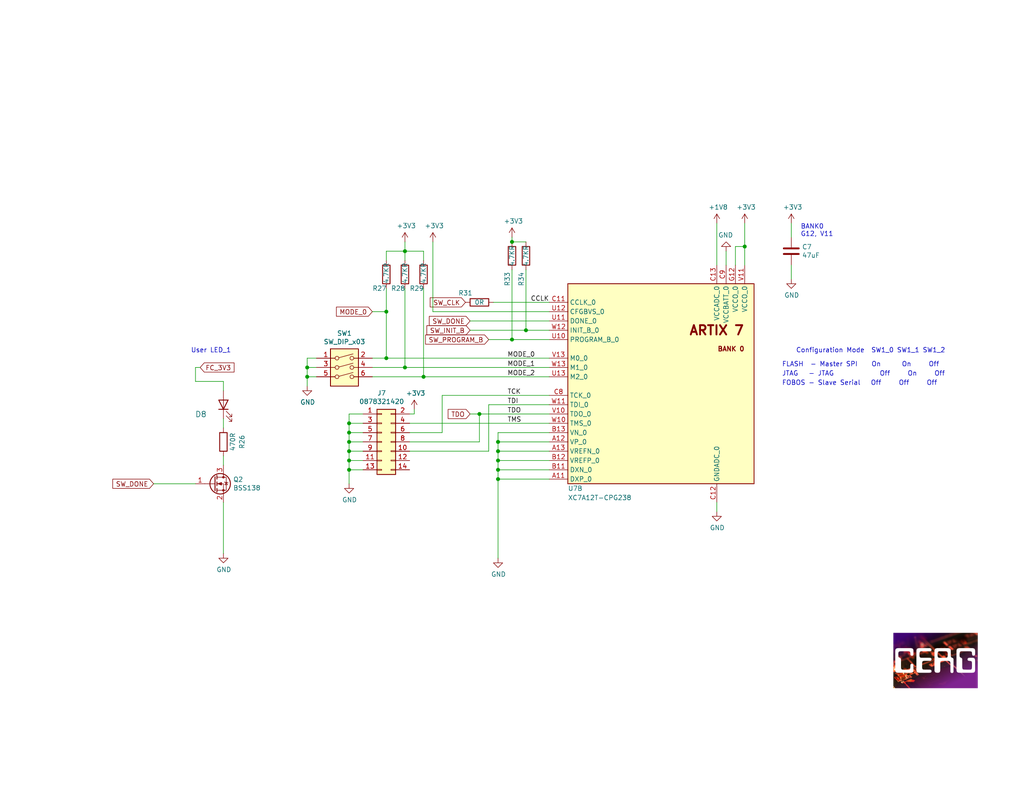
<source format=kicad_sch>
(kicad_sch (version 20230121) (generator eeschema)
  (paper "USLetter")
  (title_block (title "FOBOS ARTIX7-A12T-CPG238 DUT - FPGA Programming") (date "2020-07-28") (rev "1.1") (company "Cryptographic Engineering Research Group") (comment 1 "License: Apache License Version 2.0") (comment 2 "Copyright © Cryptographic Engineering Research Group") (comment 3 "Author: Jens-Peter Kaps, Eddie Ferrufino") (comment 4 "Project: FOBOS Artix-7 a12t DUT"))
  (lib_symbols
    (symbol "Connector_Generic:Conn_02x07_Odd_Even" (pin_names (offset 1.016) hide)
      (property "Reference" "J" (at 1.27 10.16 0))
      (property "Value" "Conn_02x07_Odd_Even" (at 1.27 -10.16 0))
      (symbol "Conn_02x07_Odd_Even_1_1"
        (rectangle (start -1.27 -7.493) (end 0 -7.747) (stroke (width 0.1524)))
        (rectangle (start -1.27 -4.953) (end 0 -5.207) (stroke (width 0.1524)))
        (rectangle (start -1.27 -2.413) (end 0 -2.667) (stroke (width 0.1524)))
        (rectangle (start -1.27 0.127) (end 0 -0.127) (stroke (width 0.1524)))
        (rectangle (start -1.27 2.667) (end 0 2.413) (stroke (width 0.1524)))
        (rectangle (start -1.27 5.207) (end 0 4.953) (stroke (width 0.1524)))
        (rectangle (start -1.27 7.747) (end 0 7.493) (stroke (width 0.1524)))
        (rectangle (start -1.27 8.89) (end 3.81 -8.89) (stroke (width 0.254)) (fill (type background)))
        (rectangle (start 3.81 -7.493) (end 2.54 -7.747) (stroke (width 0.1524)))
        (rectangle (start 3.81 -4.953) (end 2.54 -5.207) (stroke (width 0.1524)))
        (rectangle (start 3.81 -2.413) (end 2.54 -2.667) (stroke (width 0.1524)))
        (rectangle (start 3.81 0.127) (end 2.54 -0.127) (stroke (width 0.1524)))
        (rectangle (start 3.81 2.667) (end 2.54 2.413) (stroke (width 0.1524)))
        (rectangle (start 3.81 5.207) (end 2.54 4.953) (stroke (width 0.1524)))
        (rectangle (start 3.81 7.747) (end 2.54 7.493) (stroke (width 0.1524)))
        (pin passive line (at -5.08 7.62 0) (length 3.81) (name "Pin_1") (number "1"))
        (pin passive line (at 7.62 -2.54 180) (length 3.81) (name "Pin_10") (number "10"))
        (pin passive line (at -5.08 -5.08 0) (length 3.81) (name "Pin_11") (number "11"))
        (pin passive line (at 7.62 -5.08 180) (length 3.81) (name "Pin_12") (number "12"))
        (pin passive line (at -5.08 -7.62 0) (length 3.81) (name "Pin_13") (number "13"))
        (pin passive line (at 7.62 -7.62 180) (length 3.81) (name "Pin_14") (number "14"))
        (pin passive line (at 7.62 7.62 180) (length 3.81) (name "Pin_2") (number "2"))
        (pin passive line (at -5.08 5.08 0) (length 3.81) (name "Pin_3") (number "3"))
        (pin passive line (at 7.62 5.08 180) (length 3.81) (name "Pin_4") (number "4"))
        (pin passive line (at -5.08 2.54 0) (length 3.81) (name "Pin_5") (number "5"))
        (pin passive line (at 7.62 2.54 180) (length 3.81) (name "Pin_6") (number "6"))
        (pin passive line (at -5.08 0 0) (length 3.81) (name "Pin_7") (number "7"))
        (pin passive line (at 7.62 0 180) (length 3.81) (name "Pin_8") (number "8"))
        (pin passive line (at -5.08 -2.54 0) (length 3.81) (name "Pin_9") (number "9"))
      )
    )
    (symbol "Device:C" (pin_numbers hide) (pin_names (offset 0.254))
      (property "Reference" "C" (at 0.635 2.54 0))
      (property "Value" "C" (at 0.635 -2.54 0))
      (symbol "C_0_1"
        (polyline (pts (xy -2.032 -0.762) (xy 2.032 -0.762)) (stroke (width 0.508)))
        (polyline (pts (xy -2.032 0.762) (xy 2.032 0.762)) (stroke (width 0.508)))
      )
      (symbol "C_1_1"
        (pin passive line (at 0 3.81 270) (length 2.794) (name "~") (number "1"))
        (pin passive line (at 0 -3.81 90) (length 2.794) (name "~") (number "2"))
      )
    )
    (symbol "Device:LED" (pin_numbers hide) (pin_names (offset 1.016) hide)
      (property "Reference" "D" (at 0 2.54 0))
      (property "Value" "LED" (at 0 -2.54 0))
      (symbol "LED_0_1"
        (polyline (pts (xy -1.27 -1.27) (xy -1.27 1.27)) (stroke (width 0.254)))
        (polyline (pts (xy -1.27 0) (xy 1.27 0)))
        (polyline (pts (xy 1.27 -1.27) (xy 1.27 1.27) (xy -1.27 0) (xy 1.27 -1.27)) (stroke (width 0.254)))
        (polyline (pts (xy -3.048 -0.762) (xy -4.572 -2.286) (xy -3.81 -2.286) (xy -4.572 -2.286) (xy -4.572 -1.524)))
        (polyline (pts (xy -1.778 -0.762) (xy -3.302 -2.286) (xy -2.54 -2.286) (xy -3.302 -2.286) (xy -3.302 -1.524)))
      )
      (symbol "LED_1_1"
        (pin passive line (at -3.81 0 0) (length 2.54) (name "K") (number "1"))
        (pin passive line (at 3.81 0 180) (length 2.54) (name "A") (number "2"))
      )
    )
    (symbol "Device:R" (pin_numbers hide) (pin_names (offset 0))
      (property "Reference" "R" (at 2.032 0 90))
      (property "Value" "R" (at 0 0 90))
      (symbol "R_0_1"
        (rectangle (start -1.016 -2.54) (end 1.016 2.54) (stroke (width 0.254)))
      )
      (symbol "R_1_1"
        (pin passive line (at 0 3.81 270) (length 1.27) (name "~") (number "1"))
        (pin passive line (at 0 -3.81 90) (length 1.27) (name "~") (number "2"))
      )
    )
    (symbol "Transistor_FET:BSS138" (pin_names hide)
      (property "Reference" "Q" (at 5.08 1.905 0))
      (property "Value" "BSS138" (at 5.08 0 0))
      (symbol "BSS138_0_1"
        (polyline (pts (xy 0.254 0) (xy -2.54 0)))
        (polyline (pts (xy 0.254 1.905) (xy 0.254 -1.905)) (stroke (width 0.254)))
        (polyline (pts (xy 0.762 -1.27) (xy 0.762 -2.286)) (stroke (width 0.254)))
        (polyline (pts (xy 0.762 0.508) (xy 0.762 -0.508)) (stroke (width 0.254)))
        (polyline (pts (xy 0.762 2.286) (xy 0.762 1.27)) (stroke (width 0.254)))
        (polyline (pts (xy 2.54 2.54) (xy 2.54 1.778)))
        (polyline (pts (xy 2.54 -2.54) (xy 2.54 0) (xy 0.762 0)))
        (polyline (pts (xy 0.762 -1.778) (xy 3.302 -1.778) (xy 3.302 1.778) (xy 0.762 1.778)))
        (polyline (pts (xy 1.016 0) (xy 2.032 0.381) (xy 2.032 -0.381) (xy 1.016 0)) (fill (type outline)))
        (polyline (pts (xy 2.794 0.508) (xy 2.921 0.381) (xy 3.683 0.381) (xy 3.81 0.254)))
        (polyline (pts (xy 3.302 0.381) (xy 2.921 -0.254) (xy 3.683 -0.254) (xy 3.302 0.381)))
        (circle (center 1.651 0) (radius 2.794) (stroke (width 0.254)))
        (circle (center 2.54 -1.778) (radius 0.254) (fill (type outline)))
        (circle (center 2.54 1.778) (radius 0.254) (fill (type outline)))
      )
      (symbol "BSS138_1_1"
        (pin input line (at -5.08 0 0) (length 2.54) (name "G") (number "1"))
        (pin passive line (at 2.54 -5.08 90) (length 2.54) (name "S") (number "2"))
        (pin passive line (at 2.54 5.08 270) (length 2.54) (name "D") (number "3"))
      )
    )
    (symbol "cerg:SW_DIP_x03" (pin_names (offset 0) hide)
      (property "Reference" "SW" (at 0 8.89 0))
      (property "Value" "SW_DIP_x03" (at 0 -3.81 0))
      (property "MPN" "DS04-254-2-03BK-SMT" (at 0 0 0))
      (symbol "SW_DIP_x03_0_0"
        (circle (center -2.032 0) (radius 0.508))
        (circle (center -2.032 2.54) (radius 0.508))
        (circle (center -2.032 5.08) (radius 0.508))
        (polyline (pts (xy -1.524 0.127) (xy 2.3622 1.1684)))
        (polyline (pts (xy -1.524 2.667) (xy 2.3622 3.7084)))
        (polyline (pts (xy -1.524 5.207) (xy 2.3622 6.2484)))
        (circle (center 2.032 0) (radius 0.508))
        (circle (center 2.032 2.54) (radius 0.508))
        (circle (center 2.032 5.08) (radius 0.508))
      )
      (symbol "SW_DIP_x03_0_1"
        (rectangle (start -3.81 7.62) (end 3.81 -2.54) (stroke (width 0.254)) (fill (type background)))
      )
      (symbol "SW_DIP_x03_1_1"
        (pin passive line (at -7.62 5.08 0) (length 5.08) (name "~") (number "1"))
        (pin passive line (at 7.62 5.08 180) (length 5.08) (name "~") (number "2"))
        (pin passive line (at -7.62 2.54 0) (length 5.08) (name "~") (number "3"))
        (pin passive line (at 7.62 2.54 180) (length 5.08) (name "~") (number "4"))
        (pin passive line (at -7.62 0 0) (length 5.08) (name "~") (number "5"))
        (pin passive line (at 7.62 0 180) (length 5.08) (name "~") (number "6"))
      )
    )
    (symbol "cerg:XC7A12T-CPG238"
      (property "Reference" "U" (at 5.08 7.62 0))
      (property "Value" "XC7A12T-CPG238" (at 5.08 5.08 0))
      (symbol "XC7A12T-CPG238_1_0"
        (text "ARTIX 7" (at 30.48 -10.16 0) (effects (font (size 2.54 2.54) bold)))
        (text "POWER" (at 30.48 -15.24 0) (effects (font (size 1.27 1.27) bold)))
        (pin power_in line (at 0 -31.75 0) (length 5.08) (name "GND") (number "A1"))
        (pin power_in line (at 66.04 -36.83 180) (length 5.08) (name "GND") (number "A19"))
        (pin power_in line (at 66.04 -31.75 180) (length 5.08) (name "GND") (number "A3"))
        (pin power_in line (at 0 -34.29 0) (length 5.08) (name "GND") (number "A5"))
        (pin power_in line (at 66.04 -34.29 180) (length 5.08) (name "GND") (number "A7"))
        (pin power_in line (at 0 -36.83 0) (length 5.08) (name "GND") (number "A9"))
        (pin bidirectional line (at 0 -20.32 0) (length 5.08) (name "MGTAVTT") (number "B1"))
        (pin power_in line (at 0 -44.45 0) (length 5.08) (name "GND") (number "B14"))
        (pin power_in line (at 0 -39.37 0) (length 5.08) (name "GND") (number "B3"))
        (pin power_in line (at 66.04 -39.37 180) (length 5.08) (name "GND") (number "B5"))
        (pin power_in line (at 0 -41.91 0) (length 5.08) (name "GND") (number "B7"))
        (pin power_in line (at 66.04 -41.91 180) (length 5.08) (name "GND") (number "B9"))
        (pin power_in line (at 0 -7.62 0) (length 5.08) (name "MGTAVCC") (number "C1"))
        (pin power_in line (at 66.04 -49.53 180) (length 5.08) (name "GND") (number "C10"))
        (pin power_in line (at 0 -52.07 0) (length 5.08) (name "GND") (number "C19"))
        (pin power_in line (at 66.04 -44.45 180) (length 5.08) (name "GND") (number "C2"))
        (pin power_in line (at 0 -46.99 0) (length 5.08) (name "GND") (number "C3"))
        (pin power_in line (at 66.04 -46.99 180) (length 5.08) (name "GND") (number "C4"))
        (pin bidirectional line (at 0 -22.86 0) (length 5.08) (name "MGTAVTT") (number "C5"))
        (pin power_in line (at 0 -49.53 0) (length 5.08) (name "GND") (number "C6"))
        (pin power_in line (at 66.04 -52.07 180) (length 5.08) (name "GND") (number "D3"))
        (pin power_in line (at 0 -10.16 0) (length 5.08) (name "MGTAVCC") (number "E1"))
        (pin bidirectional line (at 0 -17.78 0) (length 5.08) (name "MGTAVTT") (number "E2"))
        (pin power_in line (at 0 -54.61 0) (length 5.08) (name "GND") (number "E3"))
        (pin power_in line (at 66.04 -54.61 180) (length 5.08) (name "GND") (number "F1"))
        (pin power_in line (at 0 -59.69 0) (length 5.08) (name "GND") (number "F18"))
        (pin power_in line (at 0 -57.15 0) (length 5.08) (name "GND") (number "F2"))
        (pin power_in line (at 66.04 -57.15 180) (length 5.08) (name "GND") (number "F3"))
        (pin power_in line (at 66.04 0 180) (length 5.08) (name "VCCINT") (number "G10"))
        (pin power_in line (at 0 -62.23 0) (length 5.08) (name "GND") (number "G11"))
        (pin bidirectional line (at 0 -25.4 0) (length 5.08) (name "MGTAVTT") (number "G7"))
        (pin power_in line (at 66.04 -59.69 180) (length 5.08) (name "GND") (number "G8"))
        (pin power_in line (at 0 -12.7 0) (length 5.08) (name "MGTAVCC") (number "G9"))
        (pin power_in line (at 66.04 -2.54 180) (length 5.08) (name "VCCINT") (number "H10"))
        (pin power_in line (at 66.04 -64.77 180) (length 5.08) (name "GND") (number "H11"))
        (pin power_in line (at 0 -67.31 0) (length 5.08) (name "GND") (number "H12"))
        (pin power_in line (at 0 0 0) (length 5.08) (name "VCCAUX") (number "H13"))
        (pin power_in line (at 66.04 -62.23 180) (length 5.08) (name "GND") (number "H7"))
        (pin power_in line (at 0 -64.77 0) (length 5.08) (name "GND") (number "H8"))
        (pin power_in line (at 0 -15.24 0) (length 5.08) (name "MGTAVCC") (number "H9"))
        (pin power_in line (at 66.04 -5.08 180) (length 5.08) (name "VCCINT") (number "J10"))
        (pin power_in line (at 0 -72.39 0) (length 5.08) (name "GND") (number "J11"))
        (pin power_in line (at 66.04 -72.39 180) (length 5.08) (name "GND") (number "J12"))
        (pin power_in line (at 0 -2.54 0) (length 5.08) (name "VCCAUX") (number "J13"))
        (pin power_in line (at 0 -74.93 0) (length 5.08) (name "GND") (number "J18"))
        (pin power_in line (at 66.04 -67.31 180) (length 5.08) (name "GND") (number "J2"))
        (pin power_in line (at 0 -69.85 0) (length 5.08) (name "GND") (number "J8"))
        (pin power_in line (at 66.04 -69.85 180) (length 5.08) (name "GND") (number "J9"))
        (pin power_in line (at 66.04 -74.93 180) (length 5.08) (name "GND") (number "K8"))
        (pin power_in line (at 66.04 -7.62 180) (length 5.08) (name "VCCINT") (number "L10"))
        (pin power_in line (at 0 -80.01 0) (length 5.08) (name "GND") (number "L11"))
        (pin power_in line (at 0 -77.47 0) (length 5.08) (name "GND") (number "L8"))
        (pin power_in line (at 66.04 -77.47 180) (length 5.08) (name "GND") (number "L9"))
        (pin power_in line (at 66.04 -10.16 180) (length 5.08) (name "VCCINT") (number "M10"))
        (pin power_in line (at 66.04 -19.05 180) (length 5.08) (name "VCCBRAM") (number "M11"))
        (pin power_in line (at 66.04 -82.55 180) (length 5.08) (name "GND") (number "M18"))
        (pin power_in line (at 66.04 -80.01 180) (length 5.08) (name "GND") (number "M2"))
        (pin power_in line (at 0 -82.55 0) (length 5.08) (name "GND") (number "M9"))
        (pin power_in line (at 66.04 -12.7 180) (length 5.08) (name "VCCINT") (number "N10"))
        (pin power_in line (at 66.04 -16.51 180) (length 5.08) (name "VCCBRAM") (number "N11"))
        (pin power_in line (at 66.04 -85.09 180) (length 5.08) (name "GND") (number "N12"))
        (pin power_in line (at 0 -85.09 0) (length 5.08) (name "GND") (number "N9"))
        (pin power_in line (at 66.04 -87.63 180) (length 5.08) (name "GND") (number "R18"))
        (pin power_in line (at 0 -87.63 0) (length 5.08) (name "GND") (number "R2"))
        (pin power_in line (at 66.04 -92.71 180) (length 5.08) (name "GND") (number "V12"))
        (pin power_in line (at 0 -95.25 0) (length 5.08) (name "GND") (number "V15"))
        (pin power_in line (at 66.04 -95.25 180) (length 5.08) (name "GND") (number "V18"))
        (pin power_in line (at 0 -90.17 0) (length 5.08) (name "GND") (number "V2"))
        (pin power_in line (at 66.04 -90.17 180) (length 5.08) (name "GND") (number "V5"))
        (pin power_in line (at 0 -92.71 0) (length 5.08) (name "GND") (number "V8"))
        (pin power_in line (at 0 -97.79 0) (length 5.08) (name "GND") (number "W1"))
        (pin power_in line (at 66.04 -97.79 180) (length 5.08) (name "GND") (number "W19"))
      )
      (symbol "XC7A12T-CPG238_1_1"
        (rectangle (start 5.08 -100.33) (end 60.96 2.54) (stroke (width 0.254)) (fill (type background)))
      )
      (symbol "XC7A12T-CPG238_2_0"
        (text "ARTIX 7" (at 53.34 -10.16 0) (effects (font (size 2.54 2.54) bold) (justify right)))
        (text "BANK 0" (at 53.34 -15.24 0) (effects (font (size 1.27 1.27) bold) (justify right)))
        (pin bidirectional line (at 0 -50.8 0) (length 5.08) (name "DXP_0") (number "A11"))
        (pin bidirectional line (at 0 -40.64 0) (length 5.08) (name "VP_0") (number "A12"))
        (pin bidirectional line (at 0 -43.18 0) (length 5.08) (name "VREFN_0") (number "A13"))
        (pin bidirectional line (at 0 -48.26 0) (length 5.08) (name "DXN_0") (number "B11"))
        (pin bidirectional line (at 0 -45.72 0) (length 5.08) (name "VREFP_0") (number "B12"))
        (pin bidirectional line (at 0 -38.1 0) (length 5.08) (name "VN_0") (number "B13"))
        (pin bidirectional line (at 0 -2.54 0) (length 5.08) (name "CCLK_0") (number "C11"))
        (pin power_in line (at 45.72 -57.15 90) (length 5.08) (name "GNDADC_0") (number "C12"))
        (pin power_in line (at 45.72 7.62 270) (length 5.08) (name "VCCADC_0") (number "C13"))
        (pin bidirectional line (at 0 -27.94 0) (length 5.08) (name "TCK_0") (number "C8"))
        (pin power_in line (at 48.26 7.62 270) (length 5.08) (name "VCCBATT_0") (number "C9"))
        (pin power_in line (at 50.8 7.62 270) (length 5.08) (name "VCCO_0") (number "G12"))
        (pin bidirectional line (at 0 -12.7 0) (length 5.08) (name "PROGRAM_B_0") (number "U10"))
        (pin bidirectional line (at 0 -7.62 0) (length 5.08) (name "DONE_0") (number "U11"))
        (pin bidirectional line (at 0 -5.08 0) (length 5.08) (name "CFGBVS_0") (number "U12"))
        (pin bidirectional line (at 0 -22.86 0) (length 5.08) (name "M2_0") (number "U13"))
        (pin bidirectional line (at 0 -33.02 0) (length 5.08) (name "TDO_0") (number "V10"))
        (pin power_in line (at 53.34 7.62 270) (length 5.08) (name "VCCO_0") (number "V11"))
        (pin bidirectional line (at 0 -17.78 0) (length 5.08) (name "M0_0") (number "V13"))
        (pin bidirectional line (at 0 -35.56 0) (length 5.08) (name "TMS_0") (number "W10"))
        (pin bidirectional line (at 0 -30.48 0) (length 5.08) (name "TDI_0") (number "W11"))
        (pin bidirectional line (at 0 -10.16 0) (length 5.08) (name "INIT_B_0") (number "W12"))
        (pin bidirectional line (at 0 -20.32 0) (length 5.08) (name "M1_0") (number "W13"))
      )
      (symbol "XC7A12T-CPG238_2_1"
        (rectangle (start 5.08 -52.07) (end 55.88 2.54) (stroke (width 0.254)) (fill (type background)))
      )
      (symbol "XC7A12T-CPG238_3_0"
        (rectangle (start 5.08 2.54) (end 55.88 -127) (stroke (width 0.254)) (fill (type background)))
        (text "ARTIX 7" (at 53.34 -10.16 0) (effects (font (size 2.54 2.54) bold) (justify right)))
        (text "BANK 14" (at 53.34 -15.24 0) (effects (font (size 1.27 1.27) bold) (justify right)))
        (pin bidirectional line (at 0 0 0) (length 5.08) (name "IO_0_14") (number "D17"))
        (pin bidirectional line (at 0 -2.54 0) (length 5.08) (name "IO_L1P_T0_D00_MOSI_14") (number "D18"))
        (pin bidirectional line (at 0 -5.08 0) (length 5.08) (name "IO_L1N_T0_D01_DIN_14") (number "D19"))
        (pin bidirectional line (at 0 -12.7 0) (length 5.08) (name "IO_L3P_T0_DQS_PUDC_B_14") (number "E17"))
        (pin bidirectional line (at 0 -15.24 0) (length 5.08) (name "IO_L3N_T0_DQS_EMCCLK_14") (number "E18"))
        (pin bidirectional line (at 0 -7.62 0) (length 5.08) (name "IO_L2P_T0_D02_14") (number "E19"))
        (pin bidirectional line (at 0 -22.86 0) (length 5.08) (name "IO_L5P_T0_D06_14") (number "F17"))
        (pin bidirectional line (at 0 -10.16 0) (length 5.08) (name "IO_L2N_T0_D03_14") (number "F19"))
        (pin bidirectional line (at 0 -25.4 0) (length 5.08) (name "IO_L5N_T0_D07_14") (number "G17"))
        (pin bidirectional line (at 0 -17.78 0) (length 5.08) (name "IO_L4P_T0_D04_14") (number "G18"))
        (pin bidirectional line (at 0 -27.94 0) (length 5.08) (name "IO_L6P_T0_FCS_B_14") (number "G19"))
        (pin bidirectional line (at 0 -33.02 0) (length 5.08) (name "IO_L7P_T1_D09_14") (number "H17"))
        (pin bidirectional line (at 0 -20.32 0) (length 5.08) (name "IO_L4N_T0_D05_14") (number "H18"))
        (pin bidirectional line (at 0 -30.48 0) (length 5.08) (name "IO_L6N_T0_D08_VREF_14") (number "H19"))
        (pin bidirectional line (at 0 -35.56 0) (length 5.08) (name "IO_L7N_T1_D10_14") (number "J17"))
        (pin bidirectional line (at 0 -38.1 0) (length 5.08) (name "IO_L8P_T1_D11_14") (number "J19"))
        (pin power_in line (at 38.1 7.62 270) (length 5.08) (name "VCCO_14") (number "K12"))
        (pin power_in line (at 40.64 7.62 270) (length 5.08) (name "VCCO_14") (number "K13"))
        (pin bidirectional line (at 0 -58.42 0) (length 5.08) (name "IO_L12P_T1_MRCC_14") (number "K17"))
        (pin bidirectional line (at 0 -53.34 0) (length 5.08) (name "IO_L11P_T1_SRCC_14") (number "K18"))
        (pin bidirectional line (at 0 -40.64 0) (length 5.08) (name "IO_L8N_T1_D12_14") (number "K19"))
        (pin power_in line (at 43.18 7.62 270) (length 5.08) (name "VCCO_14") (number "L12"))
        (pin power_in line (at 45.72 7.62 270) (length 5.08) (name "VCCO_14") (number "L13"))
        (pin bidirectional line (at 0 -60.96 0) (length 5.08) (name "IO_L12N_T1_MRCC_14") (number "L17"))
        (pin bidirectional line (at 0 -55.88 0) (length 5.08) (name "IO_L11N_T1_SRCC_14") (number "L18"))
        (pin bidirectional line (at 0 -43.18 0) (length 5.08) (name "IO_L9P_T1_DQS_14") (number "L19"))
        (pin power_in line (at 48.26 7.62 270) (length 5.08) (name "VCCO_14") (number "M12"))
        (pin power_in line (at 50.8 7.62 270) (length 5.08) (name "VCCO_14") (number "M13"))
        (pin bidirectional line (at 0 -48.26 0) (length 5.08) (name "IO_L10P_T1_D14_14") (number "M17"))
        (pin bidirectional line (at 0 -45.72 0) (length 5.08) (name "IO_L9N_T1_DQS_D13_14") (number "M19"))
        (pin power_in line (at 53.34 7.62 270) (length 5.08) (name "VCCO_14") (number "N13"))
        (pin bidirectional line (at 0 -68.58 0) (length 5.08) (name "IO_L14P_T2_SRCC_14") (number "N17"))
        (pin bidirectional line (at 0 -50.8 0) (length 5.08) (name "IO_L10N_T1_D15_14") (number "N18"))
        (pin bidirectional line (at 0 -63.5 0) (length 5.08) (name "IO_L13P_T2_MRCC_14") (number "N19"))
        (pin bidirectional line (at 0 -83.82 0) (length 5.08) (name "IO_L17P_T2_A14_D30_14") (number "P17"))
        (pin bidirectional line (at 0 -71.12 0) (length 5.08) (name "IO_L14N_T2_SRCC_14") (number "P18"))
        (pin bidirectional line (at 0 -66.04 0) (length 5.08) (name "IO_L13N_T2_MRCC_14") (number "P19"))
        (pin bidirectional line (at 0 -86.36 0) (length 5.08) (name "IO_L17N_T2_A13_D29_14") (number "R17"))
        (pin bidirectional line (at 0 -73.66 0) (length 5.08) (name "IO_L15P_T2_DQS_RDWR_B_14") (number "R19"))
        (pin bidirectional line (at 0 -88.9 0) (length 5.08) (name "IO_L18P_T2_A12_D28_14") (number "T17"))
        (pin bidirectional line (at 0 -91.44 0) (length 5.08) (name "IO_L18N_T2_A11_D27_14") (number "T18"))
        (pin bidirectional line (at 0 -76.2 0) (length 5.08) (name "IO_L15N_T2_DQS_DOUT_CSO_B_14") (number "T19"))
        (pin bidirectional line (at 0 -124.46 0) (length 5.08) (name "IO_25_14") (number "U14"))
        (pin bidirectional line (at 0 -109.22 0) (length 5.08) (name "IO_L22P_T3_A05_D21_14") (number "U15"))
        (pin bidirectional line (at 0 -111.76 0) (length 5.08) (name "IO_L22N_T3_A04_D20_14") (number "U16"))
        (pin bidirectional line (at 0 -93.98 0) (length 5.08) (name "IO_L19P_T3_A10_D26_14") (number "U17"))
        (pin bidirectional line (at 0 -96.52 0) (length 5.08) (name "IO_L19N_T3_A09_D25_VREF_14") (number "U18"))
        (pin bidirectional line (at 0 -78.74 0) (length 5.08) (name "IO_L16P_T2_CSI_B_14") (number "U19"))
        (pin bidirectional line (at 0 -114.3 0) (length 5.08) (name "IO_L23P_T3_A03_D19_14") (number "V14"))
        (pin bidirectional line (at 0 -104.14 0) (length 5.08) (name "IO_L21P_T3_DQS_14") (number "V16"))
        (pin bidirectional line (at 0 -106.68 0) (length 5.08) (name "IO_L21N_T3_DQS_A06_D22_14") (number "V17"))
        (pin bidirectional line (at 0 -81.28 0) (length 5.08) (name "IO_L16N_T2_A15_D31_14") (number "V19"))
        (pin bidirectional line (at 0 -116.84 0) (length 5.08) (name "IO_L23N_T3_A02_D18_14") (number "W14"))
        (pin bidirectional line (at 0 -119.38 0) (length 5.08) (name "IO_L24P_T3_A01_D17_14") (number "W15"))
        (pin bidirectional line (at 0 -121.92 0) (length 5.08) (name "IO_L24N_T3_A00_D16_14") (number "W16"))
        (pin bidirectional line (at 0 -99.06 0) (length 5.08) (name "IO_L20P_T3_A08_D24_14") (number "W17"))
        (pin bidirectional line (at 0 -101.6 0) (length 5.08) (name "IO_L20N_T3_A07_D23_14") (number "W18"))
      )
      (symbol "XC7A12T-CPG238_4_0"
        (rectangle (start 5.08 2.54) (end 55.88 -30.48) (stroke (width 0.254)) (fill (type background)))
        (text "ARTIX 7" (at 53.34 -10.16 0) (effects (font (size 2.54 2.54) bold) (justify right)))
        (text "BANK 15" (at 53.34 -15.24 0) (effects (font (size 1.27 1.27) bold) (justify right)))
        (pin bidirectional line (at 0 -2.54 0) (length 5.08) (name "IO_L10P_T1_AD4P_15") (number "A14"))
        (pin bidirectional line (at 0 -5.08 0) (length 5.08) (name "IO_L10N_T1_AD4N_15") (number "A15"))
        (pin bidirectional line (at 0 -10.16 0) (length 5.08) (name "IO_L11N_T1_SRCC_AD12N_15") (number "A16"))
        (pin bidirectional line (at 0 0 0) (length 5.08) (name "IO_L6N_T0_VREF_15") (number "A17"))
        (pin bidirectional line (at 0 -25.4 0) (length 5.08) (name "IO_L14N_T2_SRCC_15") (number "A18"))
        (pin bidirectional line (at 0 -15.24 0) (length 5.08) (name "IO_L12N_T1_MRCC_AD5N_15") (number "B15"))
        (pin bidirectional line (at 0 -7.62 0) (length 5.08) (name "IO_L11P_T1_SRCC_AD12P_15") (number "B16"))
        (pin bidirectional line (at 0 -20.32 0) (length 5.08) (name "IO_L13N_T2_MRCC_15") (number "B17"))
        (pin bidirectional line (at 0 -22.86 0) (length 5.08) (name "IO_L14P_T2_SRCC_15") (number "B18"))
        (pin power_in line (at 45.72 7.62 270) (length 5.08) (name "VCCO_15") (number "B19"))
        (pin power_in line (at 48.26 7.62 270) (length 5.08) (name "VCCO_15") (number "C14"))
        (pin bidirectional line (at 0 -12.7 0) (length 5.08) (name "IO_L12P_T1_MRCC_AD5P_15") (number "C15"))
        (pin bidirectional line (at 0 -17.78 0) (length 5.08) (name "IO_L13P_T2_MRCC_15") (number "C16"))
        (pin bidirectional line (at 0 -27.94 0) (length 5.08) (name "IO_L19N_T3_A21_VREF_15") (number "C17"))
        (pin power_in line (at 50.8 7.62 270) (length 5.08) (name "VCCO_15") (number "C18"))
        (pin power_in line (at 53.34 7.62 270) (length 5.08) (name "VCCO_15") (number "G13"))
      )
      (symbol "XC7A12T-CPG238_5_0"
        (rectangle (start 5.08 2.54) (end 55.88 -127) (stroke (width 0.254)) (fill (type background)))
        (text "ARTIX 7" (at 53.34 -10.16 0) (effects (font (size 2.54 2.54) bold) (justify right)))
        (text "BANK 34" (at 53.34 -15.24 0) (effects (font (size 1.27 1.27) bold) (justify right)))
        (pin bidirectional line (at 0 -5.08 0) (length 5.08) (name "IO_L1N_T0_34") (number "G1"))
        (pin bidirectional line (at 0 -2.54 0) (length 5.08) (name "IO_L1P_T0_34") (number "G2"))
        (pin bidirectional line (at 0 0 0) (length 5.08) (name "IO_0_34") (number "G3"))
        (pin bidirectional line (at 0 -12.7 0) (length 5.08) (name "IO_L3P_T0_DQS_34") (number "H1"))
        (pin bidirectional line (at 0 -10.16 0) (length 5.08) (name "IO_L2N_T0_34") (number "H2"))
        (pin bidirectional line (at 0 -7.62 0) (length 5.08) (name "IO_L2P_T0_34") (number "H3"))
        (pin bidirectional line (at 0 -15.24 0) (length 5.08) (name "IO_L3N_T0_DQS_34") (number "J1"))
        (pin bidirectional line (at 0 -22.86 0) (length 5.08) (name "IO_L5P_T0_34") (number "J3"))
        (pin power_in line (at 38.1 7.62 270) (length 5.08) (name "VCCO_34") (number "J7"))
        (pin bidirectional line (at 0 -20.32 0) (length 5.08) (name "IO_L4N_T0_34") (number "K1"))
        (pin bidirectional line (at 0 -17.78 0) (length 5.08) (name "IO_L4P_T0_34") (number "K2"))
        (pin bidirectional line (at 0 -25.4 0) (length 5.08) (name "IO_L5N_T0_34") (number "K3"))
        (pin power_in line (at 40.64 7.62 270) (length 5.08) (name "VCCO_34") (number "K7"))
        (pin bidirectional line (at 0 -33.02 0) (length 5.08) (name "IO_L7P_T1_34") (number "L1"))
        (pin bidirectional line (at 0 -30.48 0) (length 5.08) (name "IO_L6N_T0_VREF_34") (number "L2"))
        (pin bidirectional line (at 0 -27.94 0) (length 5.08) (name "IO_L6P_T0_34") (number "L3"))
        (pin power_in line (at 43.18 7.62 270) (length 5.08) (name "VCCO_34") (number "L7"))
        (pin bidirectional line (at 0 -35.56 0) (length 5.08) (name "IO_L7N_T1_34") (number "M1"))
        (pin bidirectional line (at 0 -48.26 0) (length 5.08) (name "IO_L10P_T1_34") (number "M3"))
        (pin power_in line (at 45.72 7.62 270) (length 5.08) (name "VCCO_34") (number "M7"))
        (pin power_in line (at 48.26 7.62 270) (length 5.08) (name "VCCO_34") (number "M8"))
        (pin bidirectional line (at 0 -43.18 0) (length 5.08) (name "IO_L9P_T1_DQS_34") (number "N1"))
        (pin bidirectional line (at 0 -38.1 0) (length 5.08) (name "IO_L8P_T1_34") (number "N2"))
        (pin bidirectional line (at 0 -50.8 0) (length 5.08) (name "IO_L10N_T1_34") (number "N3"))
        (pin power_in line (at 50.8 7.62 270) (length 5.08) (name "VCCO_34") (number "N7"))
        (pin power_in line (at 53.34 7.62 270) (length 5.08) (name "VCCO_34") (number "N8"))
        (pin bidirectional line (at 0 -45.72 0) (length 5.08) (name "IO_L9N_T1_DQS_34") (number "P1"))
        (pin bidirectional line (at 0 -40.64 0) (length 5.08) (name "IO_L8N_T1_34") (number "P2"))
        (pin bidirectional line (at 0 -58.42 0) (length 5.08) (name "IO_L12P_T1_MRCC_34") (number "P3"))
        (pin bidirectional line (at 0 -53.34 0) (length 5.08) (name "IO_L11P_T1_SRCC_34") (number "R1"))
        (pin bidirectional line (at 0 -60.96 0) (length 5.08) (name "IO_L12N_T1_MRCC_34") (number "R3"))
        (pin bidirectional line (at 0 -55.88 0) (length 5.08) (name "IO_L11N_T1_SRCC_34") (number "T1"))
        (pin bidirectional line (at 0 -66.04 0) (length 5.08) (name "IO_L13N_T2_MRCC_34") (number "T2"))
        (pin bidirectional line (at 0 -63.5 0) (length 5.08) (name "IO_L13P_T2_MRCC_34") (number "T3"))
        (pin bidirectional line (at 0 -68.58 0) (length 5.08) (name "IO_L14P_T2_SRCC_34") (number "U1"))
        (pin bidirectional line (at 0 -76.2 0) (length 5.08) (name "IO_L15N_T2_DQS_34") (number "U2"))
        (pin bidirectional line (at 0 -73.66 0) (length 5.08) (name "IO_L15P_T2_DQS_34") (number "U3"))
        (pin bidirectional line (at 0 -78.74 0) (length 5.08) (name "IO_L16P_T2_34") (number "U4"))
        (pin bidirectional line (at 0 -96.52 0) (length 5.08) (name "IO_L19N_T3_VREF_34") (number "U5"))
        (pin bidirectional line (at 0 -93.98 0) (length 5.08) (name "IO_L19P_T3_34") (number "U6"))
        (pin bidirectional line (at 0 -104.14 0) (length 5.08) (name "IO_L21P_T3_DQS_34") (number "U7"))
        (pin bidirectional line (at 0 -111.76 0) (length 5.08) (name "IO_L22N_T3_34") (number "U8"))
        (pin bidirectional line (at 0 -109.22 0) (length 5.08) (name "IO_L22P_T3_34") (number "U9"))
        (pin bidirectional line (at 0 -71.12 0) (length 5.08) (name "IO_L14N_T2_SRCC_34") (number "V1"))
        (pin bidirectional line (at 0 -81.28 0) (length 5.08) (name "IO_L16N_T2_34") (number "V3"))
        (pin bidirectional line (at 0 -83.82 0) (length 5.08) (name "IO_L17P_T2_34") (number "V4"))
        (pin bidirectional line (at 0 -106.68 0) (length 5.08) (name "IO_L21N_T3_DQS_34") (number "V6"))
        (pin bidirectional line (at 0 -119.38 0) (length 5.08) (name "IO_L24P_T3_34") (number "V7"))
        (pin bidirectional line (at 0 -124.46 0) (length 5.08) (name "IO_25_34") (number "V9"))
        (pin bidirectional line (at 0 -91.44 0) (length 5.08) (name "IO_L18N_T2_34") (number "W2"))
        (pin bidirectional line (at 0 -88.9 0) (length 5.08) (name "IO_L18P_T2_34") (number "W3"))
        (pin bidirectional line (at 0 -86.36 0) (length 5.08) (name "IO_L17N_T2_34") (number "W4"))
        (pin bidirectional line (at 0 -101.6 0) (length 5.08) (name "IO_L20N_T3_34") (number "W5"))
        (pin bidirectional line (at 0 -99.06 0) (length 5.08) (name "IO_L20P_T3_34") (number "W6"))
        (pin bidirectional line (at 0 -121.92 0) (length 5.08) (name "IO_L24N_T3_34") (number "W7"))
        (pin bidirectional line (at 0 -116.84 0) (length 5.08) (name "IO_L23N_T3_34") (number "W8"))
        (pin bidirectional line (at 0 -114.3 0) (length 5.08) (name "IO_L23P_T3_34") (number "W9"))
      )
      (symbol "XC7A12T-CPG238_6_0"
        (rectangle (start 5.08 2.54) (end 55.88 -33.02) (stroke (width 0.254)) (fill (type background)))
        (text "ARTIX 7" (at 53.34 -10.16 0) (effects (font (size 2.54 2.54) bold) (justify right)))
        (text "BANK 216" (at 53.34 -15.24 0) (effects (font (size 1.27 1.27) bold) (justify right)))
        (pin bidirectional line (at 0 -25.4 0) (length 5.08) (name "MGTREFCLK1N_216") (number "A10"))
        (pin bidirectional line (at 0 -12.7 0) (length 5.08) (name "MGTPTXN1_216") (number "A2"))
        (pin bidirectional line (at 0 0 0) (length 5.08) (name "MGTPRXN0_216") (number "A4"))
        (pin bidirectional line (at 0 -2.54 0) (length 5.08) (name "MGTPRXN1_216") (number "A6"))
        (pin bidirectional line (at 0 -20.32 0) (length 5.08) (name "MGTREFCLK0N_216") (number "A8"))
        (pin bidirectional line (at 0 -27.94 0) (length 5.08) (name "MGTREFCLK1P_216") (number "B10"))
        (pin bidirectional line (at 0 -17.78 0) (length 5.08) (name "MGTPTXP1_216") (number "B2"))
        (pin bidirectional line (at 0 -5.08 0) (length 5.08) (name "MGTPRXP0_216") (number "B4"))
        (pin bidirectional line (at 0 -7.62 0) (length 5.08) (name "MGTPRXP1_216") (number "B6"))
        (pin bidirectional line (at 0 -22.86 0) (length 5.08) (name "MGTREFCLK0P_216") (number "B8"))
        (pin bidirectional line (at 0 -30.48 0) (length 5.08) (name "MGTRREF_216") (number "C7"))
        (pin bidirectional line (at 0 -10.16 0) (length 5.08) (name "MGTPTXN0_216") (number "D1"))
        (pin bidirectional line (at 0 -15.24 0) (length 5.08) (name "MGTPTXP0_216") (number "D2"))
      )
    )
    (symbol "power:+1V8" (power) (pin_names (offset 0))
      (property "Value" "+1V8" (at 0 3.556 0))
      (symbol "+1V8_0_1"
        (polyline (pts (xy -0.762 1.27) (xy 0 2.54)))
        (polyline (pts (xy 0 0) (xy 0 2.54)))
        (polyline (pts (xy 0 2.54) (xy 0.762 1.27)))
      )
      (symbol "+1V8_1_1"
        (pin power_in line (at 0 0 90) (length 0) hide (name "+1V8") (number "1"))
      )
    )
    (symbol "power:+3V3" (power) (pin_names (offset 0))
      (property "Value" "+3V3" (at 0 3.556 0))
      (symbol "+3V3_0_1"
        (polyline (pts (xy -0.762 1.27) (xy 0 2.54)))
        (polyline (pts (xy 0 0) (xy 0 2.54)))
        (polyline (pts (xy 0 2.54) (xy 0.762 1.27)))
      )
      (symbol "+3V3_1_1"
        (pin power_in line (at 0 0 90) (length 0) hide (name "+3V3") (number "1"))
      )
    )
    (symbol "power:GND" (power) (pin_names (offset 0))
      (property "Value" "GND" (at 0 -3.81 0))
      (symbol "GND_0_1"
        (polyline (pts (xy 0 0) (xy 0 -1.27) (xy 1.27 -1.27) (xy 0 -2.54) (xy -1.27 -1.27) (xy 0 -1.27)))
      )
      (symbol "GND_1_1"
        (pin power_in line (at 0 0 270) (length 0) hide (name "GND") (number "1"))
      )
    )
  )
  (junction (at 203.2 67.31))
  (junction (at 110.49 68.58))
  (junction (at 139.7 66.04))
  (junction (at 95.25 115.57))
  (junction (at 110.49 100.33))
  (junction (at 135.89 130.81))
  (junction (at 95.25 125.73))
  (junction (at 135.89 120.65))
  (junction (at 143.51 90.17))
  (junction (at 105.41 97.79))
  (junction (at 115.57 102.87))
  (junction (at 135.89 123.19))
  (junction (at 95.25 120.65))
  (junction (at 130.81 113.03))
  (junction (at 135.89 128.27))
  (junction (at 105.41 85.09))
  (junction (at 95.25 118.11))
  (junction (at 83.82 100.33))
  (junction (at 135.89 125.73))
  (junction (at 95.25 123.19))
  (junction (at 95.25 128.27))
  (junction (at 83.82 102.87))
  (junction (at 139.7 92.71))
  (wire (pts (xy 215.9 72.39) (xy 215.9 76.2)))
  (wire (pts (xy 139.7 92.71) (xy 149.86 92.71)))
  (wire (pts (xy 135.89 118.11) (xy 135.89 120.65)))
  (wire (pts (xy 203.2 67.31) (xy 203.2 60.96)))
  (wire (pts (xy 128.27 87.63) (xy 149.86 87.63)))
  (wire (pts (xy 149.86 120.65) (xy 135.89 120.65)))
  (wire (pts (xy 115.57 78.74) (xy 115.57 102.87)))
  (wire (pts (xy 200.66 72.39) (xy 200.66 67.31)))
  (wire (pts (xy 135.89 123.19) (xy 135.89 125.73)))
  (wire (pts (xy 95.25 128.27) (xy 99.06 128.27)))
  (wire (pts (xy 134.62 82.55) (xy 149.86 82.55)))
  (wire (pts (xy 120.65 118.11) (xy 120.65 107.95)))
  (wire (pts (xy 95.25 128.27) (xy 95.25 125.73)))
  (wire (pts (xy 110.49 68.58) (xy 110.49 71.12)))
  (wire (pts (xy 110.49 100.33) (xy 149.86 100.33)))
  (wire (pts (xy 139.7 92.71) (xy 139.7 73.66)))
  (wire (pts (xy 83.82 100.33) (xy 83.82 97.79)))
  (wire (pts (xy 118.11 85.09) (xy 118.11 66.04)))
  (wire (pts (xy 133.35 110.49) (xy 149.86 110.49)))
  (wire (pts (xy 195.58 137.16) (xy 195.58 139.7)))
  (wire (pts (xy 83.82 102.87) (xy 86.36 102.87)))
  (wire (pts (xy 115.57 68.58) (xy 110.49 68.58)))
  (wire (pts (xy 53.34 104.14) (xy 60.96 104.14)))
  (wire (pts (xy 118.11 85.09) (xy 149.86 85.09)))
  (wire (pts (xy 105.41 78.74) (xy 105.41 85.09)))
  (wire (pts (xy 110.49 66.04) (xy 110.49 68.58)))
  (wire (pts (xy 143.51 90.17) (xy 149.86 90.17)))
  (wire (pts (xy 60.96 127) (xy 60.96 124.46)))
  (wire (pts (xy 149.86 128.27) (xy 135.89 128.27)))
  (wire (pts (xy 135.89 118.11) (xy 149.86 118.11)))
  (wire (pts (xy 130.81 113.03) (xy 149.86 113.03)))
  (wire (pts (xy 143.51 66.04) (xy 139.7 66.04)))
  (wire (pts (xy 143.51 73.66) (xy 143.51 90.17)))
  (wire (pts (xy 110.49 78.74) (xy 110.49 100.33)))
  (wire (pts (xy 95.25 120.65) (xy 99.06 120.65)))
  (wire (pts (xy 115.57 102.87) (xy 149.86 102.87)))
  (wire (pts (xy 133.35 123.19) (xy 111.76 123.19)))
  (wire (pts (xy 95.25 113.03) (xy 99.06 113.03)))
  (wire (pts (xy 95.25 125.73) (xy 95.25 123.19)))
  (wire (pts (xy 95.25 118.11) (xy 99.06 118.11)))
  (wire (pts (xy 130.81 113.03) (xy 130.81 120.65)))
  (wire (pts (xy 130.81 120.65) (xy 111.76 120.65)))
  (wire (pts (xy 101.6 85.09) (xy 105.41 85.09)))
  (wire (pts (xy 135.89 130.81) (xy 135.89 152.4)))
  (wire (pts (xy 111.76 115.57) (xy 149.86 115.57)))
  (wire (pts (xy 60.96 137.16) (xy 60.96 151.13)))
  (wire (pts (xy 139.7 92.71) (xy 133.35 92.71)))
  (wire (pts (xy 101.6 97.79) (xy 105.41 97.79)))
  (wire (pts (xy 95.25 123.19) (xy 95.25 120.65)))
  (wire (pts (xy 95.25 115.57) (xy 95.25 113.03)))
  (wire (pts (xy 95.25 115.57) (xy 99.06 115.57)))
  (wire (pts (xy 95.25 125.73) (xy 99.06 125.73)))
  (wire (pts (xy 128.27 113.03) (xy 130.81 113.03)))
  (wire (pts (xy 41.91 132.08) (xy 53.34 132.08)))
  (wire (pts (xy 60.96 116.84) (xy 60.96 114.3)))
  (wire (pts (xy 135.89 125.73) (xy 135.89 128.27)))
  (wire (pts (xy 149.86 123.19) (xy 135.89 123.19)))
  (wire (pts (xy 113.03 113.03) (xy 113.03 111.76)))
  (wire (pts (xy 111.76 113.03) (xy 113.03 113.03)))
  (wire (pts (xy 135.89 120.65) (xy 135.89 123.19)))
  (wire (pts (xy 95.25 120.65) (xy 95.25 118.11)))
  (wire (pts (xy 83.82 97.79) (xy 86.36 97.79)))
  (wire (pts (xy 203.2 72.39) (xy 203.2 67.31)))
  (wire (pts (xy 149.86 130.81) (xy 135.89 130.81)))
  (wire (pts (xy 105.41 85.09) (xy 105.41 97.79)))
  (wire (pts (xy 198.12 72.39) (xy 198.12 68.58)))
  (wire (pts (xy 139.7 64.77) (xy 139.7 66.04)))
  (wire (pts (xy 101.6 102.87) (xy 115.57 102.87)))
  (wire (pts (xy 95.25 118.11) (xy 95.25 115.57)))
  (wire (pts (xy 83.82 102.87) (xy 83.82 100.33)))
  (wire (pts (xy 120.65 107.95) (xy 149.86 107.95)))
  (wire (pts (xy 120.65 118.11) (xy 111.76 118.11)))
  (wire (pts (xy 60.96 104.14) (xy 60.96 106.68)))
  (wire (pts (xy 105.41 68.58) (xy 110.49 68.58)))
  (wire (pts (xy 95.25 132.08) (xy 95.25 128.27)))
  (wire (pts (xy 83.82 105.41) (xy 83.82 102.87)))
  (wire (pts (xy 54.61 100.33) (xy 53.34 100.33)))
  (wire (pts (xy 83.82 100.33) (xy 86.36 100.33)))
  (wire (pts (xy 105.41 97.79) (xy 149.86 97.79)))
  (wire (pts (xy 135.89 128.27) (xy 135.89 130.81)))
  (wire (pts (xy 133.35 123.19) (xy 133.35 110.49)))
  (wire (pts (xy 115.57 71.12) (xy 115.57 68.58)))
  (wire (pts (xy 101.6 100.33) (xy 110.49 100.33)))
  (wire (pts (xy 149.86 125.73) (xy 135.89 125.73)))
  (wire (pts (xy 105.41 71.12) (xy 105.41 68.58)))
  (wire (pts (xy 195.58 60.96) (xy 195.58 72.39)))
  (wire (pts (xy 215.9 60.96) (xy 215.9 64.77)))
  (wire (pts (xy 95.25 123.19) (xy 99.06 123.19)))
  (wire (pts (xy 53.34 100.33) (xy 53.34 104.14)))
  (wire (pts (xy 200.66 67.31) (xy 203.2 67.31)))
  (wire (pts (xy 143.51 90.17) (xy 128.27 90.17)))
  (image (at 255.27 180.34) (scale 0.85))
  (text "BANK0\nG12, V11" (at 218.44 64.77 0) (effects (font (size 1.27 1.27)) (justify left bottom)))
  (text "JTAG   - JTAG             Off     On     Off" (at 213.36 102.87 0) (effects (font (size 1.27 1.27)) (justify left bottom)))
  (text "FLASH  - Master SPI    On      On     Off" (at 213.36 100.33 0) (effects (font (size 1.27 1.27)) (justify left bottom)))
  (text "FOBOS - Slave Serial   Off     Off     Off" (at 213.36 105.41 0) (effects (font (size 1.27 1.27)) (justify left bottom)))
  (text "Configuration Mode  SW1_0 SW1_1 SW1_2" (at 217.17 96.52 0) (effects (font (size 1.27 1.27)) (justify left bottom)))
  (text "User LED_1" (at 52.07 96.52 0) (effects (font (size 1.27 1.27)) (justify left bottom)))
  (label "MODE_2" (at 138.43 102.87 0))
  (label "MODE_1" (at 138.43 100.33 0))
  (label "MODE_0" (at 138.43 97.79 0))
  (label "TDO" (at 138.43 113.03 0))
  (label "TDI" (at 138.43 110.49 0))
  (label "TMS" (at 138.43 115.57 0))
  (label "CCLK" (at 144.78 82.55 0))
  (label "TCK" (at 138.43 107.95 0))
  (global_label "FC_3V3" (shape input) (at 54.61 100.33 0) (property "Intersheetrefs" "${INTERSHEET_REFS}" (effects hide)))
  (global_label "SW_DONE" (shape input) (at 41.91 132.08 180) (property "Intersheetrefs" "${INTERSHEET_REFS}" (effects hide)))
  (global_label "SW_PROGRAM_B" (shape input) (at 133.35 92.71 180) (property "Intersheetrefs" "${INTERSHEET_REFS}" (effects hide)))
  (global_label "SW_INIT_B" (shape input) (at 128.27 90.17 180) (property "Intersheetrefs" "${INTERSHEET_REFS}" (effects hide)))
  (global_label "TDO" (shape input) (at 128.27 113.03 180) (property "Intersheetrefs" "${INTERSHEET_REFS}" (effects hide)))
  (global_label "SW_DONE" (shape input) (at 128.27 87.63 180) (property "Intersheetrefs" "${INTERSHEET_REFS}" (effects hide)))
  (global_label "SW_CLK" (shape input) (at 127 82.55 180) (property "Intersheetrefs" "${INTERSHEET_REFS}" (effects hide)))
  (global_label "MODE_0" (shape input) (at 101.6 85.09 180) (property "Intersheetrefs" "${INTERSHEET_REFS}" (effects hide)))
  (symbol (lib_id "power:GND") (at 83.82 105.41 0) (unit 1)
    (property "Reference" "#PWR022" (effects hide))
    (property "Value" "GND" (at 83.947 109.8042 0))
  )
  (symbol (lib_id "Device:R") (at 115.57 74.93 0) (unit 1)
    (property "Reference" "R29" (at 111.76 78.74 0) (effects (justify left)))
    (property "Value" "4.7KR" (at 115.57 77.47 90) (effects (justify left)))
    (property "Footprint" "Resistor_SMD:R_0603_1608Metric" (effects hide))
    (property "Description" "RES SMD 4.7K OHM 5% 1/10W 0603" (effects hide))
    (property "MPN" "ERJ-3GEYJ472V" (effects hide))
    (property "Manufacturer" "Panasonic Electronic Components" (effects hide))
  )
  (symbol (lib_id "Device:R") (at 110.49 74.93 0) (unit 1)
    (property "Reference" "R28" (at 106.68 78.74 0) (effects (justify left)))
    (property "Value" "4.7KR" (at 110.49 77.47 90) (effects (justify left)))
    (property "Footprint" "Resistor_SMD:R_0603_1608Metric" (effects hide))
    (property "Description" "RES SMD 4.7K OHM 5% 1/10W 0603" (effects hide))
    (property "MPN" "ERJ-3GEYJ472V" (effects hide))
    (property "Manufacturer" "Panasonic Electronic Components" (effects hide))
  )
  (symbol (lib_id "Device:R") (at 105.41 74.93 0) (unit 1)
    (property "Reference" "R27" (at 101.6 78.74 0) (effects (justify left)))
    (property "Value" "4.7KR" (at 105.41 77.47 90) (effects (justify left)))
    (property "Footprint" "Resistor_SMD:R_0603_1608Metric" (effects hide))
    (property "Description" "RES SMD 4.7K OHM 5% 1/10W 0603" (effects hide))
    (property "MPN" "ERJ-3GEYJ472V" (effects hide))
    (property "Manufacturer" "Panasonic Electronic Components" (effects hide))
  )
  (symbol (lib_id "power:GND") (at 95.25 132.08 0) (unit 1)
    (property "Reference" "#PWR023" (effects hide))
    (property "Value" "GND" (at 95.377 136.4742 0))
  )
  (symbol (lib_id "cerg:SW_DIP_x03") (at 93.98 102.87 0) (unit 1)
    (property "Reference" "SW1" (at 93.98 91.0082 0))
    (property "Value" "SW_DIP_x03" (at 93.98 93.3196 0))
    (property "Footprint" "cerg:DS04-254-2-03BK-SMT" (effects hide))
    (property "Datasheet" "https://www.cuidevices.com/product/resource/ds04-254-smt.pdf" (effects hide))
    (property "MPN" "DS04-254-2-03BK-SMT" (effects hide))
    (property "Description" "DIP SWITCH, SPST, 2.54 PITCH, FL" (effects hide))
    (property "Manufacturer" "CUI Devices" (effects hide))
  )
  (symbol (lib_id "power:GND") (at 198.12 68.58 180) (unit 1)
    (property "Reference" "#PWR031" (effects hide))
    (property "Value" "GND" (at 197.993 64.1858 0))
  )
  (symbol (lib_id "power:GND") (at 195.58 139.7 0) (unit 1)
    (property "Reference" "#PWR030" (effects hide))
    (property "Value" "GND" (at 195.707 144.0942 0))
  )
  (symbol (lib_id "Device:R") (at 139.7 69.85 180) (unit 1)
    (property "Reference" "R33" (at 138.43 76.2 90))
    (property "Value" "4.7KR" (at 139.7 69.85 90))
    (property "Footprint" "Resistor_SMD:R_0603_1608Metric" (effects hide))
    (property "Description" "RES SMD 4.7K OHM 5% 1/10W 0603" (effects hide))
    (property "MPN" "ERJ-3GEYJ472V" (effects hide))
    (property "Manufacturer" "Panasonic Electronic Components" (effects hide))
  )
  (symbol (lib_id "Connector_Generic:Conn_02x07_Odd_Even") (at 104.14 120.65 0) (unit 1)
    (property "Reference" "J7" (at 104.14 107.315 0))
    (property "Value" "0878321420" (at 104.14 109.6264 0))
    (property "Footprint" "cerg:PinHeader_2x7_P2mm_SMD" (effects hide))
    (property "Datasheet" "https://www.molex.com/pdm_docs/sd/878322620_sd.pdf" (effects hide))
    (property "Digi-Key_PN" "WM18641-ND" (effects hide))
    (property "MPN" "0878321420" (effects hide))
    (property "Category" "Connectors, Interconnects" (effects hide))
    (property "Family" "Rectangular Connectors - Headers, Male Pins" (effects hide))
    (property "DK_Datasheet_Link" "https://www.molex.com/pdm_docs/sd/878322620_sd.pdf" (effects hide))
    (property "DK_Detail_Page" "/product-detail/en/molex/0878321420/WM18641-ND/662451" (effects hide))
    (property "Description" "CONN HEADER SMD 14POS 2MM" (effects hide))
    (property "Manufacturer" "Molex" (effects hide))
    (property "Status" "Active" (effects hide))
  )
  (symbol (lib_id "power:GND") (at 135.89 152.4 0) (unit 1)
    (property "Reference" "#PWR027" (effects hide))
    (property "Value" "GND" (at 136.017 156.7942 0))
  )
  (symbol (lib_id "Device:R") (at 143.51 69.85 180) (unit 1)
    (property "Reference" "R34" (at 142.24 76.2 90))
    (property "Value" "4.7KR" (at 143.51 69.85 90))
    (property "Footprint" "Resistor_SMD:R_0603_1608Metric" (effects hide))
    (property "Description" "RES SMD 4.7K OHM 5% 1/10W 0603" (effects hide))
    (property "MPN" "ERJ-3GEYJ472V" (effects hide))
    (property "Manufacturer" "Panasonic Electronic Components" (effects hide))
  )
  (symbol (lib_id "Device:R") (at 130.81 82.55 90) (unit 1)
    (property "Reference" "R31" (at 127 80.01 90))
    (property "Value" "0R" (at 130.81 82.55 90))
    (property "Footprint" "Resistor_SMD:R_0603_1608Metric" (effects hide))
    (property "Description" "RES 0 OHM JUMPER 1/10W 0603" (effects hide))
    (property "MPN" "RMCF0603ZT0R00" (effects hide))
    (property "Manufacturer" "Stackpole Electronics Inc" (effects hide))
  )
  (symbol (lib_id "power:+3V3") (at 113.03 111.76 0) (unit 1)
    (property "Reference" "#PWR025" (effects hide))
    (property "Value" "+3V3" (at 113.411 107.3658 0))
  )
  (symbol (lib_id "power:+3V3") (at 203.2 60.96 0) (unit 1)
    (property "Reference" "#PWR032" (effects hide))
    (property "Value" "+3V3" (at 203.581 56.5658 0))
  )
  (symbol (lib_id "power:+3V3") (at 110.49 66.04 0) (unit 1)
    (property "Reference" "#PWR024" (effects hide))
    (property "Value" "+3V3" (at 110.871 61.6458 0))
  )
  (symbol (lib_id "power:+3V3") (at 139.7 64.77 0) (unit 1)
    (property "Reference" "#PWR028" (effects hide))
    (property "Value" "+3V3" (at 140.081 60.3758 0))
  )
  (symbol (lib_id "power:+1V8") (at 195.58 60.96 0) (unit 1)
    (property "Reference" "#PWR029" (effects hide))
    (property "Value" "+1V8" (at 195.961 56.5658 0))
  )
  (symbol (lib_id "cerg:XC7A12T-CPG238") (at 149.86 80.01 0) (unit 2)
    (property "Reference" "U7" (at 154.94 133.35 0) (effects (justify left)))
    (property "Value" "XC7A12T-CPG238" (at 154.94 135.89 0) (effects (justify left)))
    (property "Footprint" "Package_BGA:Xilinx_CPG238" (effects hide))
  )
  (symbol (lib_id "Device:C") (at 215.9 68.58 0) (unit 1)
    (property "Reference" "C7" (at 218.821 67.4116 0) (effects (justify left)))
    (property "Value" "47uF" (at 218.821 69.723 0) (effects (justify left)))
    (property "Footprint" "Capacitor_SMD:C_0603_1608Metric_Pad1.08x0.95mm_HandSolder" (effects hide))
    (property "Description" "CAP CER 47UF 6.3V X5R 0603" (effects hide))
    (property "MPN" "06036D476MAT2A" (effects hide))
    (property "Manufacturer" "AVX Corporation" (effects hide))
  )
  (symbol (lib_id "power:GND") (at 215.9 76.2 0) (unit 1)
    (property "Reference" "#PWR034" (effects hide))
    (property "Value" "GND" (at 216.027 80.5942 0))
  )
  (symbol (lib_id "power:+3V3") (at 215.9 60.96 0) (unit 1)
    (property "Reference" "#PWR033" (effects hide))
    (property "Value" "+3V3" (at 216.281 56.5658 0))
  )
  (symbol (lib_id "power:+3V3") (at 118.11 66.04 0) (unit 1)
    (property "Reference" "#PWR026" (effects hide))
    (property "Value" "+3V3" (at 118.491 61.6458 0))
  )
  (symbol (lib_id "Device:LED") (at 60.96 110.49 90) (unit 1)
    (property "Reference" "D8" (at 56.4388 113.1062 90) (effects (font (size 1.524 1.524)) (justify left)))
    (property "Value" "LG_L29K-G2J1-24-Z" (effects hide))
    (property "Footprint" "LED_SMD:LED_0603_1608Metric" (effects hide))
    (property "Datasheet" "https://dammedia.osram.info/media/resource/hires/osram-dam-2493945/LG%20L29K.pdf" (effects hide))
    (property "Digi-Key_PN" "475-2709-1-ND" (effects hide))
    (property "MPN" "LG L29K-G2J1-24-Z" (effects hide))
    (property "Category" "Optoelectronics" (effects hide))
    (property "Family" "LED Indication - Discrete" (effects hide))
    (property "DK_Datasheet_Link" "https://dammedia.osram.info/media/resource/hires/osram-dam-2493945/LG%20L29K.pdf" (effects hide))
    (property "DK_Detail_Page" "/product-detail/en/osram-opto-semiconductors-inc/LG-L29K-G2J1-24-Z/475-2709-1-ND/1938876" (effects hide))
    (property "Description" "LED GREEN DIFFUSED 0603 SMD" (effects hide))
    (property "Manufacturer" "OSRAM Opto Semiconductors Inc." (effects hide))
    (property "Status" "Active" (effects hide))
  )
  (symbol (lib_id "Device:R") (at 60.96 120.65 0) (unit 1)
    (property "Reference" "R26" (at 66.04 120.65 90))
    (property "Value" "470R" (at 63.5 120.65 90))
    (property "Footprint" "Resistor_SMD:R_0603_1608Metric" (effects hide))
    (property "Description" "RES 470 OHM 5% 1/10W 0603 SMD" (effects hide))
    (property "MPN" "ERJ-U03J471V" (effects hide))
    (property "Manufacturer" "Panasonic Electronic Components" (effects hide))
  )
  (symbol (lib_id "Transistor_FET:BSS138") (at 58.42 132.08 0) (unit 1)
    (property "Reference" "Q2" (at 63.6016 130.9116 0) (effects (justify left)))
    (property "Value" "BSS138" (at 63.6016 133.223 0) (effects (justify left)))
    (property "Footprint" "Package_TO_SOT_SMD:SOT-23" (effects hide))
    (property "Datasheet" "https://www.onsemi.com/pub/Collateral/BSS138-D.PDF" (effects hide))
    (property "Description" "MOSFET N-CH 50V 220MA SOT23-3" (effects hide))
    (property "MPN" "BSS138" (effects hide))
    (property "Manufacturer" "ON Semiconductor" (effects hide))
  )
  (symbol (lib_id "power:GND") (at 60.96 151.13 0) (unit 1)
    (property "Reference" "#PWR021" (effects hide))
    (property "Value" "GND" (at 61.087 155.5242 0))
  )
)
</source>
